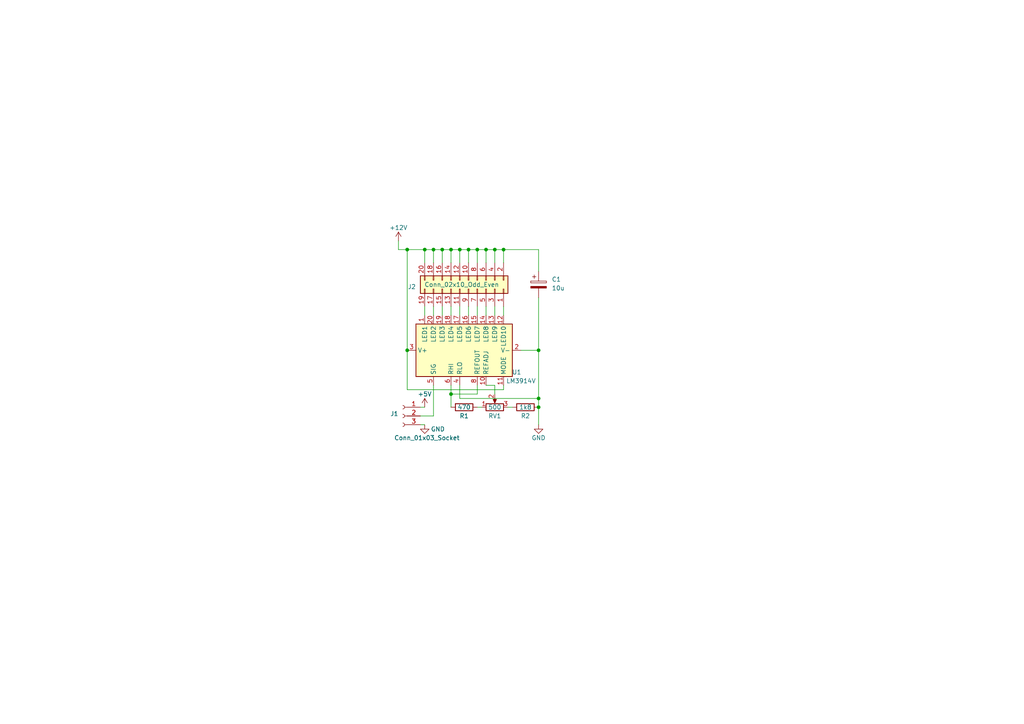
<source format=kicad_sch>
(kicad_sch (version 20230121) (generator eeschema)
  (paper "A4")
  (lib_symbols
    (symbol "+12V_1" (power) (pin_names (offset 0))
      (property "Value" "+12V_1" (at 0 3.556 0))
      (symbol "+12V_1_0_1"
        (polyline (pts (xy -0.762 1.27) (xy 0 2.54)))
        (polyline (pts (xy 0 0) (xy 0 2.54)))
        (polyline (pts (xy 0 2.54) (xy 0.762 1.27)))
      )
      (symbol "+12V_1_1_1"
        (pin power_in line (at 0 0 90) (length 0) hide (name "+12V") (number "1"))
      )
    )
    (symbol "+5V_1" (power) (pin_names (offset 0))
      (property "Value" "+5V_1" (at 0 3.556 0))
      (symbol "+5V_1_0_1"
        (polyline (pts (xy -0.762 1.27) (xy 0 2.54)))
        (polyline (pts (xy 0 0) (xy 0 2.54)))
        (polyline (pts (xy 0 2.54) (xy 0.762 1.27)))
      )
      (symbol "+5V_1_1_1"
        (pin power_in line (at 0 0 90) (length 0) hide (name "+5V") (number "1"))
      )
    )
    (symbol "Connector:Conn_01x03_Socket" (pin_names (offset 1.016) hide)
      (property "Reference" "J" (at 0 5.08 0))
      (property "Value" "Conn_01x03_Socket" (at 0 -5.08 0))
      (symbol "Conn_01x03_Socket_1_1"
        (arc (start 0 -2.032) (mid -0.5058 -2.54) (end 0 -3.048) (stroke (width 0.1524)))
        (polyline (pts (xy -1.27 -2.54) (xy -0.508 -2.54)) (stroke (width 0.1524)))
        (polyline (pts (xy -1.27 0) (xy -0.508 0)) (stroke (width 0.1524)))
        (polyline (pts (xy -1.27 2.54) (xy -0.508 2.54)) (stroke (width 0.1524)))
        (arc (start 0 0.508) (mid -0.5058 0) (end 0 -0.508) (stroke (width 0.1524)))
        (arc (start 0 3.048) (mid -0.5058 2.54) (end 0 2.032) (stroke (width 0.1524)))
        (pin passive line (at -5.08 2.54 0) (length 3.81) (name "Pin_1") (number "1"))
        (pin passive line (at -5.08 0 0) (length 3.81) (name "Pin_2") (number "2"))
        (pin passive line (at -5.08 -2.54 0) (length 3.81) (name "Pin_3") (number "3"))
      )
    )
    (symbol "Connector_Generic:Conn_02x10_Odd_Even" (pin_names (offset 1.016) hide)
      (property "Reference" "J" (at 1.27 12.7 0))
      (property "Value" "Conn_02x10_Odd_Even" (at 1.27 -15.24 0))
      (symbol "Conn_02x10_Odd_Even_1_1"
        (rectangle (start -1.27 -12.573) (end 0 -12.827) (stroke (width 0.1524)))
        (rectangle (start -1.27 -10.033) (end 0 -10.287) (stroke (width 0.1524)))
        (rectangle (start -1.27 -7.493) (end 0 -7.747) (stroke (width 0.1524)))
        (rectangle (start -1.27 -4.953) (end 0 -5.207) (stroke (width 0.1524)))
        (rectangle (start -1.27 -2.413) (end 0 -2.667) (stroke (width 0.1524)))
        (rectangle (start -1.27 0.127) (end 0 -0.127) (stroke (width 0.1524)))
        (rectangle (start -1.27 2.667) (end 0 2.413) (stroke (width 0.1524)))
        (rectangle (start -1.27 5.207) (end 0 4.953) (stroke (width 0.1524)))
        (rectangle (start -1.27 7.747) (end 0 7.493) (stroke (width 0.1524)))
        (rectangle (start -1.27 10.287) (end 0 10.033) (stroke (width 0.1524)))
        (rectangle (start -1.27 11.43) (end 3.81 -13.97) (stroke (width 0.254)) (fill (type background)))
        (rectangle (start 3.81 -12.573) (end 2.54 -12.827) (stroke (width 0.1524)))
        (rectangle (start 3.81 -10.033) (end 2.54 -10.287) (stroke (width 0.1524)))
        (rectangle (start 3.81 -7.493) (end 2.54 -7.747) (stroke (width 0.1524)))
        (rectangle (start 3.81 -4.953) (end 2.54 -5.207) (stroke (width 0.1524)))
        (rectangle (start 3.81 -2.413) (end 2.54 -2.667) (stroke (width 0.1524)))
        (rectangle (start 3.81 0.127) (end 2.54 -0.127) (stroke (width 0.1524)))
        (rectangle (start 3.81 2.667) (end 2.54 2.413) (stroke (width 0.1524)))
        (rectangle (start 3.81 5.207) (end 2.54 4.953) (stroke (width 0.1524)))
        (rectangle (start 3.81 7.747) (end 2.54 7.493) (stroke (width 0.1524)))
        (rectangle (start 3.81 10.287) (end 2.54 10.033) (stroke (width 0.1524)))
        (pin passive line (at -5.08 10.16 0) (length 3.81) (name "Pin_1") (number "1"))
        (pin passive line (at 7.62 0 180) (length 3.81) (name "Pin_10") (number "10"))
        (pin passive line (at -5.08 -2.54 0) (length 3.81) (name "Pin_11") (number "11"))
        (pin passive line (at 7.62 -2.54 180) (length 3.81) (name "Pin_12") (number "12"))
        (pin passive line (at -5.08 -5.08 0) (length 3.81) (name "Pin_13") (number "13"))
        (pin passive line (at 7.62 -5.08 180) (length 3.81) (name "Pin_14") (number "14"))
        (pin passive line (at -5.08 -7.62 0) (length 3.81) (name "Pin_15") (number "15"))
        (pin passive line (at 7.62 -7.62 180) (length 3.81) (name "Pin_16") (number "16"))
        (pin passive line (at -5.08 -10.16 0) (length 3.81) (name "Pin_17") (number "17"))
        (pin passive line (at 7.62 -10.16 180) (length 3.81) (name "Pin_18") (number "18"))
        (pin passive line (at -5.08 -12.7 0) (length 3.81) (name "Pin_19") (number "19"))
        (pin passive line (at 7.62 10.16 180) (length 3.81) (name "Pin_2") (number "2"))
        (pin passive line (at 7.62 -12.7 180) (length 3.81) (name "Pin_20") (number "20"))
        (pin passive line (at -5.08 7.62 0) (length 3.81) (name "Pin_3") (number "3"))
        (pin passive line (at 7.62 7.62 180) (length 3.81) (name "Pin_4") (number "4"))
        (pin passive line (at -5.08 5.08 0) (length 3.81) (name "Pin_5") (number "5"))
        (pin passive line (at 7.62 5.08 180) (length 3.81) (name "Pin_6") (number "6"))
        (pin passive line (at -5.08 2.54 0) (length 3.81) (name "Pin_7") (number "7"))
        (pin passive line (at 7.62 2.54 180) (length 3.81) (name "Pin_8") (number "8"))
        (pin passive line (at -5.08 0 0) (length 3.81) (name "Pin_9") (number "9"))
      )
    )
    (symbol "Device:C_Polarized" (pin_numbers hide) (pin_names (offset 0.254))
      (property "Reference" "C" (at 0.635 2.54 0))
      (property "Value" "C_Polarized" (at 0.635 -2.54 0))
      (symbol "C_Polarized_0_1"
        (rectangle (start -2.286 0.508) (end 2.286 1.016))
        (polyline (pts (xy -1.778 2.286) (xy -0.762 2.286)))
        (polyline (pts (xy -1.27 2.794) (xy -1.27 1.778)))
        (rectangle (start 2.286 -0.508) (end -2.286 -1.016) (fill (type outline)))
      )
      (symbol "C_Polarized_1_1"
        (pin passive line (at 0 3.81 270) (length 2.794) (name "~") (number "1"))
        (pin passive line (at 0 -3.81 90) (length 2.794) (name "~") (number "2"))
      )
    )
    (symbol "Device:R" (pin_numbers hide) (pin_names (offset 0))
      (property "Reference" "R" (at 2.032 0 90))
      (property "Value" "R" (at 0 0 90))
      (symbol "R_0_1"
        (rectangle (start -1.016 -2.54) (end 1.016 2.54) (stroke (width 0.254)))
      )
      (symbol "R_1_1"
        (pin passive line (at 0 3.81 270) (length 1.27) (name "~") (number "1"))
        (pin passive line (at 0 -3.81 90) (length 1.27) (name "~") (number "2"))
      )
    )
    (symbol "Device:R_Potentiometer" (pin_names (offset 1.016) hide)
      (property "Reference" "RV" (at -4.445 0 90))
      (property "Value" "R_Potentiometer" (at -2.54 0 90))
      (symbol "R_Potentiometer_0_1"
        (polyline (pts (xy 2.54 0) (xy 1.524 0)))
        (polyline (pts (xy 1.143 0) (xy 2.286 0.508) (xy 2.286 -0.508) (xy 1.143 0)) (fill (type outline)))
        (rectangle (start 1.016 2.54) (end -1.016 -2.54) (stroke (width 0.254)))
      )
      (symbol "R_Potentiometer_1_1"
        (pin passive line (at 0 3.81 270) (length 1.27) (name "1") (number "1"))
        (pin passive line (at 3.81 0 180) (length 1.27) (name "2") (number "2"))
        (pin passive line (at 0 -3.81 90) (length 1.27) (name "3") (number "3"))
      )
    )
    (symbol "Driver_LED:LM3914V"
      (property "Reference" "U" (at -6.35 13.97 0))
      (property "Value" "LM3914V" (at 5.08 13.97 0))
      (symbol "LM3914V_0_1"
        (rectangle (start -7.62 12.7) (end 7.62 -15.24) (stroke (width 0.254)) (fill (type background)))
      )
      (symbol "LM3914V_1_1"
        (pin open_collector line (at 10.16 10.16 180) (length 2.54) (name "LED1") (number "1"))
        (pin input line (at -10.16 -7.62 0) (length 2.54) (name "REFADJ") (number "10"))
        (pin input line (at -10.16 -12.7 0) (length 2.54) (name "MODE") (number "11"))
        (pin open_collector line (at 10.16 -12.7 180) (length 2.54) (name "LED10") (number "12"))
        (pin open_collector line (at 10.16 -10.16 180) (length 2.54) (name "LED9") (number "13"))
        (pin open_collector line (at 10.16 -7.62 180) (length 2.54) (name "LED8") (number "14"))
        (pin open_collector line (at 10.16 -5.08 180) (length 2.54) (name "LED7") (number "15"))
        (pin open_collector line (at 10.16 -2.54 180) (length 2.54) (name "LED6") (number "16"))
        (pin open_collector line (at 10.16 0 180) (length 2.54) (name "LED5") (number "17"))
        (pin open_collector line (at 10.16 2.54 180) (length 2.54) (name "LED4") (number "18"))
        (pin open_collector line (at 10.16 5.08 180) (length 2.54) (name "LED3") (number "19"))
        (pin power_in line (at 0 -17.78 90) (length 2.54) (name "V-") (number "2"))
        (pin open_collector line (at 10.16 7.62 180) (length 2.54) (name "LED2") (number "20"))
        (pin power_in line (at 0 15.24 270) (length 2.54) (name "V+") (number "3"))
        (pin input line (at -10.16 0 0) (length 2.54) (name "RLO") (number "4"))
        (pin input line (at -10.16 7.62 0) (length 2.54) (name "SIG") (number "5"))
        (pin input line (at -10.16 2.54 0) (length 2.54) (name "RHI") (number "6"))
        (pin no_connect line (at -7.62 5.08 0) (length 2.54) hide (name "NC") (number "7"))
        (pin output line (at -10.16 -5.08 0) (length 2.54) (name "REFOUT") (number "8"))
        (pin no_connect line (at -7.62 -2.54 0) (length 2.54) hide (name "NC") (number "9"))
      )
    )
    (symbol "GND_1" (power) (pin_names (offset 0))
      (property "Value" "GND_1" (at 0 -3.81 0))
      (symbol "GND_1_0_1"
        (polyline (pts (xy 0 0) (xy 0 -1.27) (xy 1.27 -1.27) (xy 0 -2.54) (xy -1.27 -1.27) (xy 0 -1.27)))
      )
      (symbol "GND_1_1_1"
        (pin power_in line (at 0 0 270) (length 0) hide (name "GND") (number "1"))
      )
    )
    (symbol "GND_2" (power) (pin_names (offset 0))
      (property "Value" "GND_2" (at 0 -3.81 0))
      (symbol "GND_2_0_1"
        (polyline (pts (xy 0 0) (xy 0 -1.27) (xy 1.27 -1.27) (xy 0 -2.54) (xy -1.27 -1.27) (xy 0 -1.27)))
      )
      (symbol "GND_2_1_1"
        (pin power_in line (at 0 0 270) (length 0) hide (name "GND") (number "1"))
      )
    )
  )
  (junction (at 123.19 72.39))
  (junction (at 133.35 72.39))
  (junction (at 135.89 72.39))
  (junction (at 128.27 72.39))
  (junction (at 130.81 72.39))
  (junction (at 156.21 115.57))
  (junction (at 138.43 72.39))
  (junction (at 130.81 114.3))
  (junction (at 118.11 72.39))
  (junction (at 143.51 72.39))
  (junction (at 140.97 72.39))
  (junction (at 118.11 101.6))
  (junction (at 156.21 118.11))
  (junction (at 146.05 72.39))
  (junction (at 156.21 101.6))
  (junction (at 125.73 72.39))
  (wire (pts (xy 156.21 101.6) (xy 156.21 115.57)))
  (wire (pts (xy 130.81 114.3) (xy 138.43 114.3)))
  (wire (pts (xy 128.27 72.39) (xy 130.81 72.39)))
  (wire (pts (xy 146.05 72.39) (xy 146.05 76.2)))
  (wire (pts (xy 118.11 72.39) (xy 118.11 101.6)))
  (wire (pts (xy 130.81 114.3) (xy 130.81 118.11)))
  (wire (pts (xy 115.57 69.85) (xy 115.57 72.39)))
  (wire (pts (xy 146.05 72.39) (xy 156.21 72.39)))
  (wire (pts (xy 130.81 111.76) (xy 130.81 114.3)))
  (wire (pts (xy 121.92 118.11) (xy 123.19 118.11)))
  (wire (pts (xy 123.19 88.9) (xy 123.19 91.44)))
  (wire (pts (xy 133.35 111.76) (xy 133.35 115.57)))
  (wire (pts (xy 128.27 72.39) (xy 128.27 76.2)))
  (wire (pts (xy 130.81 88.9) (xy 130.81 91.44)))
  (wire (pts (xy 121.92 120.65) (xy 125.73 120.65)))
  (wire (pts (xy 140.97 72.39) (xy 143.51 72.39)))
  (wire (pts (xy 138.43 72.39) (xy 140.97 72.39)))
  (wire (pts (xy 123.19 72.39) (xy 125.73 72.39)))
  (wire (pts (xy 146.05 113.03) (xy 118.11 113.03)))
  (wire (pts (xy 130.81 72.39) (xy 130.81 76.2)))
  (wire (pts (xy 146.05 111.76) (xy 146.05 113.03)))
  (wire (pts (xy 143.51 72.39) (xy 146.05 72.39)))
  (wire (pts (xy 125.73 72.39) (xy 125.73 76.2)))
  (wire (pts (xy 133.35 72.39) (xy 135.89 72.39)))
  (wire (pts (xy 118.11 72.39) (xy 123.19 72.39)))
  (wire (pts (xy 140.97 72.39) (xy 140.97 76.2)))
  (wire (pts (xy 140.97 111.76) (xy 143.51 111.76)))
  (wire (pts (xy 151.13 101.6) (xy 156.21 101.6)))
  (wire (pts (xy 125.73 72.39) (xy 128.27 72.39)))
  (wire (pts (xy 135.89 88.9) (xy 135.89 91.44)))
  (wire (pts (xy 156.21 86.36) (xy 156.21 101.6)))
  (wire (pts (xy 123.19 72.39) (xy 123.19 76.2)))
  (wire (pts (xy 143.51 114.3) (xy 143.51 111.76)))
  (wire (pts (xy 156.21 78.74) (xy 156.21 72.39)))
  (wire (pts (xy 143.51 88.9) (xy 143.51 91.44)))
  (wire (pts (xy 125.73 120.65) (xy 125.73 111.76)))
  (wire (pts (xy 156.21 118.11) (xy 156.21 123.19)))
  (wire (pts (xy 146.05 88.9) (xy 146.05 91.44)))
  (wire (pts (xy 138.43 118.11) (xy 139.7 118.11)))
  (wire (pts (xy 130.81 72.39) (xy 133.35 72.39)))
  (wire (pts (xy 125.73 88.9) (xy 125.73 91.44)))
  (wire (pts (xy 140.97 88.9) (xy 140.97 91.44)))
  (wire (pts (xy 135.89 72.39) (xy 135.89 76.2)))
  (wire (pts (xy 133.35 72.39) (xy 133.35 76.2)))
  (wire (pts (xy 138.43 72.39) (xy 138.43 76.2)))
  (wire (pts (xy 121.92 123.19) (xy 123.19 123.19)))
  (wire (pts (xy 147.32 118.11) (xy 148.59 118.11)))
  (wire (pts (xy 118.11 101.6) (xy 118.11 113.03)))
  (wire (pts (xy 156.21 115.57) (xy 156.21 118.11)))
  (wire (pts (xy 133.35 88.9) (xy 133.35 91.44)))
  (wire (pts (xy 115.57 72.39) (xy 118.11 72.39)))
  (wire (pts (xy 133.35 115.57) (xy 156.21 115.57)))
  (wire (pts (xy 135.89 72.39) (xy 138.43 72.39)))
  (wire (pts (xy 138.43 111.76) (xy 138.43 114.3)))
  (wire (pts (xy 143.51 72.39) (xy 143.51 76.2)))
  (wire (pts (xy 138.43 88.9) (xy 138.43 91.44)))
  (wire (pts (xy 128.27 88.9) (xy 128.27 91.44)))
  (symbol (lib_id "Device:C_Polarized") (at 156.21 82.55 0) (unit 1)
    (property "Reference" "C1" (at 160.02 81.026 0) (effects (justify left)))
    (property "Value" "10u" (at 160.02 83.566 0) (effects (justify left)))
    (property "Footprint" "Capacitor_THT:CP_Radial_D5.0mm_P2.00mm" (effects hide))
  )
  (symbol (lib_name "GND_1") (lib_id "power:GND") (at 156.21 123.19 0) (unit 1)
    (property "Reference" "#PWR04" (effects hide))
    (property "Value" "GND" (at 156.21 127 0))
  )
  (symbol (lib_id "Connector:Conn_01x03_Socket") (at 116.84 120.65 0) (mirror y) (unit 1)
    (property "Reference" "J1" (at 115.57 120.015 0) (effects (justify left)))
    (property "Value" "Conn_01x03_Socket" (at 133.35 127 0) (effects (justify left)))
    (property "Footprint" "Connector_PinSocket_1.00mm:PinSocket_1x03_P1.00mm_Vertical" (effects hide))
  )
  (symbol (lib_id "Device:R") (at 152.4 118.11 90) (unit 1)
    (property "Reference" "R2" (at 152.4 120.65 90))
    (property "Value" "1k8" (at 152.4 118.11 90))
    (property "Footprint" "Resistor_SMD:R_0402_1005Metric" (effects hide))
  )
  (symbol (lib_id "Device:R") (at 134.62 118.11 90) (unit 1)
    (property "Reference" "R1" (at 134.62 120.65 90))
    (property "Value" "470" (at 134.62 118.11 90))
    (property "Footprint" "Resistor_SMD:R_0402_1005Metric" (effects hide))
  )
  (symbol (lib_name "+12V_1") (lib_id "power:+12V") (at 115.57 69.85 0) (unit 1)
    (property "Reference" "#PWR01" (effects hide))
    (property "Value" "+12V" (at 115.57 66.04 0))
  )
  (symbol (lib_id "Device:R_Potentiometer") (at 143.51 118.11 90) (unit 1)
    (property "Reference" "RV1" (at 143.51 120.65 90))
    (property "Value" "500" (at 143.51 118.11 90))
    (property "Footprint" "Potentiometer_THT:Potentiometer_ACP_CA6-H2,5_Horizontal" (effects hide))
  )
  (symbol (lib_name "GND_2") (lib_id "power:GND") (at 123.19 123.19 0) (unit 1)
    (property "Reference" "#PWR03" (effects hide))
    (property "Value" "GND" (at 127 124.46 0))
  )
  (symbol (lib_name "+5V_1") (lib_id "power:+5V") (at 123.19 118.11 0) (unit 1)
    (property "Reference" "#PWR02" (effects hide))
    (property "Value" "+5V" (at 123.19 114.3 0))
  )
  (symbol (lib_id "Driver_LED:LM3914V") (at 133.35 101.6 90) (unit 1)
    (property "Reference" "U1" (at 149.86 107.95 90))
    (property "Value" "LM3914V" (at 151.13 110.49 90))
    (property "Footprint" "Package_LCC:PLCC-20" (effects hide))
    (property "Datasheet" "https://www.ti.com/lit/ds/symlink/lm3914.pdf" (effects hide))
  )
  (symbol (lib_id "Connector_Generic:Conn_02x10_Odd_Even") (at 135.89 83.82 270) (mirror x) (unit 1)
    (property "Reference" "J2" (at 120.65 83.185 90) (effects (justify right)))
    (property "Value" "Conn_02x10_Odd_Even" (at 144.78 82.55 90) (effects (justify right)))
    (property "Footprint" "Connector_PinSocket_2.00mm:PinSocket_2x10_P2.00mm_Horizontal" (effects hide))
  )
)
</source>
